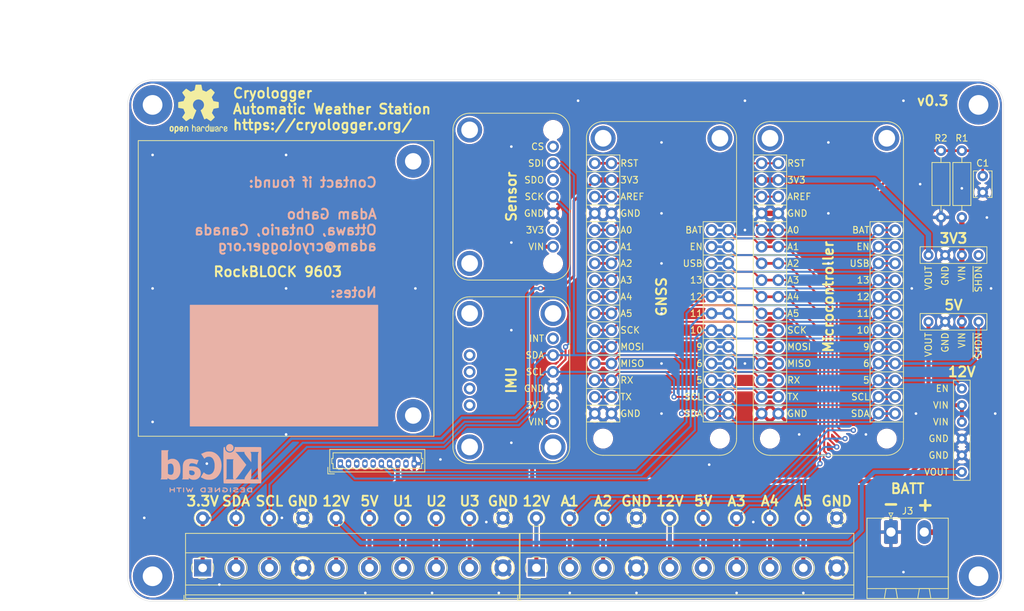
<source format=kicad_pcb>
(kicad_pcb (version 20211014) (generator pcbnew)
  (layers (0 "F.Cu" signal) (31 "B.Cu" signal) (34 "B.Paste" user) (35 "F.Paste" user) (36 "B.SilkS" user "B.Silkscreen") (37 "F.SilkS" user "F.Silkscreen") (38 "B.Mask" user) (39 "F.Mask" user) (44 "Edge.Cuts" user))
  (net 0 "")
  (net 1 "SCL")
  (net 2 "SDA")
  (net 3 "RST")
  (net 4 "AREF")
  (net 5 "SCK")
  (net 6 "MOSI")
  (net 7 "MISO")
  (net 8 "RX0")
  (net 9 "TX1")
  (net 10 "BAT")
  (net 11 "EN")
  (net 12 "A1")
  (net 13 "USB")
  (net 14 "A0")
  (net 15 "A2")
  (net 16 "A3")
  (net 17 "GND")
  (net 18 "+BATT")
  (net 19 "D6")
  (net 20 "D13")
  (net 21 "D5")
  (net 22 "D12")
  (net 23 "D11")
  (net 24 "D10")
  (net 25 "D9")
  (net 26 "+5V")
  (net 27 "+3V3")
  (net 28 "A4")
  (net 29 "A5")
  (net 30 "U1")
  (net 31 "U2")
  (net 32 "U3")
  (net 39 "+12V")
  (footprint "MountingHole:MountingHole_3mm_Pad" (layer "F.Cu") (at 91.44 60.96)
    (fp_text reference "H2" hide)
    (fp_text value "MountingHole_Pad")
  )
  (footprint "Cryologger:Adafruit_Feather_Header_Double" (layer "F.Cu") (at 168.91 88.9)
    (fp_text reference "U1")
    (fp_text value "Adafruit_Feather_Header")
  )
  (footprint "MountingHole:MountingHole_3mm_Pad" (layer "F.Cu") (at 217.17 132.715)
    (fp_text reference "H4" hide)
    (fp_text value "MountingHole_Pad")
  )
  (footprint "MountingHole:MountingHole_3mm_Pad" (layer "F.Cu") (at 217.17 60.96)
    (fp_text reference "H3" hide)
    (fp_text value "MountingHole_Pad")
  )
  (footprint "Cryologger:Adafruit_Feather_Header_Double" (layer "F.Cu") (at 194.31 88.9)
    (fp_text reference "U2")
    (fp_text value "Adafruit_Feather_Header")
  )
  (footprint "Connector_Molex:Molex_PicoBlade_53047-1010_1x10_P1.25mm_Vertical" (layer "F.Cu") (at 120.015 115.57)
    (fp_text reference "U4")
    (fp_text value "ROCKBLOCK_9603")
  )
  (footprint "MountingHole:MountingHole_3mm_Pad" (layer "F.Cu") (at 91.44 132.715)
    (fp_text reference "H1" hide)
    (fp_text value "MountingHole_Pad")
  )
  (footprint "Resistor_THT:R_Axial_DIN0207_L6.3mm_D2.5mm_P10.16mm_Horizontal" (layer "F.Cu") (at 214.63 78.085 90)
    (fp_text reference "R1")
    (fp_text value "4M" hide)
  )
  (footprint "Capacitor_THT:C_Disc_D3.8mm_W2.6mm_P2.50mm" (layer "F.Cu") (at 217.805 71.775 -90)
    (fp_text reference "C1")
    (fp_text value "C")
  )
  (footprint "Cryologger:RockBLOCK_9603" (layer "F.Cu") (at 111.76 88.9)
    (fp_text reference "U3" hide)
    (fp_text value "RockBLOCK_Footprint")
  )
  (footprint "Resistor_THT:R_Axial_DIN0207_L6.3mm_D2.5mm_P10.16mm_Horizontal" (layer "F.Cu") (at 211.455 67.925 -90)
    (fp_text reference "R2")
    (fp_text value "1M" hide)
  )
  (footprint "Connector_Phoenix_MSTB:PhoenixContact_MSTBA_2,5_2-G-5,08_1x02_P5.08mm_Horizontal" (layer "F.Cu") (at 203.835 125.984)
    (fp_text reference "J3")
    (fp_text value "Screw_Terminal_01x02")
  )
  (footprint "Cryologger:Adafruit_LSM303AGR" (layer "F.Cu") (at 146.05 102.87)
    (fp_text reference "U8" hide)
    (fp_text value "Adafruit_LSM303AGR")
  )
  (footprint "TerminalBlock_Phoenix:TerminalBlock_Phoenix_MKDS-1,5-10-5.08_1x10_P5.08mm_Horizontal" (layer "F.Cu") (at 149.86 131.445)
    (fp_text reference "J2" hide)
    (fp_text value "Screw_Terminal_01x10")
  )
  (footprint "Cryologger:Adafruit_DPS310" (layer "F.Cu") (at 146.05 74.93)
    (fp_text reference "U5" hide)
    (fp_text value "Adafruit_DPS310")
  )
  (footprint "Symbol:OSHW-Logo2_9.8x8mm_SilkScreen" (layer "F.Cu") (at 98.425 61.595)
    (fp_text reference "REF**" hide)
    (fp_text value "OSHW-Logo2_9.8x8mm_SilkScreen" hide)
  )
  (footprint "Cryologger:Pololu_D36V6x" (layer "F.Cu") (at 213.36 85.09)
    (fp_text reference "U6" hide)
    (fp_text value "Pololu_D36V6x")
  )
  (footprint "Cryologger:Pin_1.0mm_10.0mm_1x20" (layer "F.Cu") (at 147.32 123.825)
    (fp_text reference "J4" hide)
    (fp_text value "Conn_01x20")
  )
  (footprint "Cryologger:Pololu_D36V6x" (layer "F.Cu") (at 213.36 95.25)
    (fp_text reference "U7" hide)
    (fp_text value "Pololu_D36V6x")
  )
  (footprint "Cryologger:Pololu_U3V40Fx" (layer "F.Cu") (at 214.63 110.49)
    (fp_text reference "U9" hide)
    (fp_text value "Pololu_U3V40Fx")
  )
  (footprint "TerminalBlock_Phoenix:TerminalBlock_Phoenix_MKDS-1,5-10-5.08_1x10_P5.08mm_Horizontal" (layer "F.Cu") (at 99.06 131.445)
    (fp_text reference "J1" hide)
    (fp_text value "Screw_Terminal_01x10")
  )
  (footprint "Symbol:KiCad-Logo2_6mm_SilkScreen" (layer "B.Cu") (at 100.33 115.57 180)
    (fp_text reference "REF**" hide)
    (fp_text value "KiCad-Logo2_6mm_SilkScreen" hide)
  )
  (gr_poly (pts (xy 125.73 109.855) (xy 97.155 109.855) (xy 97.155 91.44) (xy 125.73 91.44)) (layer "B.SilkS") (width 0.1) (fill solid))
  (gr_arc (start 220.98 132.715) (mid 219.864077 135.409077) (end 217.17 136.525) (layer "Edge.Cuts") (width 0.05))
  (gr_arc (start 87.63 60.96) (mid 88.745923 58.265923) (end 91.44 57.15) (layer "Edge.Cuts") (width 0.05))
  (gr_line (start 87.63 132.715) (end 87.63 60.96) (layer "Edge.Cuts") (width 0.05))
  (gr_arc (start 91.44 136.525) (mid 88.745923 135.409077) (end 87.63 132.715) (layer "Edge.Cuts") (width 0.05))
  (gr_line (start 220.98 60.96) (end 220.98 132.715) (layer "Edge.Cuts") (width 0.05))
  (gr_arc (start 217.17 57.15) (mid 219.864077 58.265923) (end 220.98 60.96) (layer "Edge.Cuts") (width 0.05))
  (gr_line (start 91.44 136.525) (end 217.17 136.525) (layer "Edge.Cuts") (width 0.05))
  (gr_line (start 91.44 57.15) (end 217.17 57.15) (layer "Edge.Cuts") (width 0.05))
  (gr_text "Contact if found:\n\nAdam Garbo\nOttawa, Ontario, Canada\nadam@cryologger.org\n\n\n" (at 125.73 80.01) (layer "B.SilkS") (effects (font (size 1.5 1.5) (thickness 0.3)) (justify left mirror)))
  (gr_text "Notes:" (at 125.73 89.535) (layer "B.SilkS") (effects (font (size 1.5 1.5) (thickness 0.3)) (justify left mirror)))
  (gr_text "IMU" (at 146.05 102.87 90) (layer "F.SilkS") (effects (font (size 1.5 1.5) (thickness 0.3))))
  (gr_text "3V3" (at 213.36 81.28) (layer "F.SilkS") (effects (font (size 1.5 1.5) (thickness 0.3))))
  (gr_text "5V" (at 213.36 91.44) (layer "F.SilkS") (effects (font (size 1.5 1.5) (thickness 0.3))))
  (gr_text "-" (at 203.835 121.92 180) (layer "F.SilkS") (effects (font (size 2 2) (thickness 0.4))))
  (gr_text "+" (at 208.915 121.92 90) (layer "F.SilkS") (effects (font (size 2 2) (thickness 0.4))))
  (gr_text "A2" (at 160.02 121.285) (layer "F.SilkS") (effects (font (size 1.5 1.5) (thickness 0.3))))
  (gr_text "A1" (at 154.94 121.285) (layer "F.SilkS") (effects (font (size 1.5 1.5) (thickness 0.3))))
  (gr_text "RockBLOCK 9603" (at 110.49 86.36) (layer "F.SilkS") (effects (font (size 1.5 1.5) (thickness 0.3))))
  (gr_text "GND" (at 165.1 121.285) (layer "F.SilkS") (effects (font (size 1.5 1.5) (thickness 0.3))))
  (gr_text "GND" (at 144.78 121.285) (layer "F.SilkS") (effects (font (size 1.5 1.5) (thickness 0.3))))
  (gr_text "12V" (at 119.38 121.285) (layer "F.SilkS") (effects (font (size 1.5 1.5) (thickness 0.3))))
  (gr_text "GND" (at 114.3 121.285) (layer "F.SilkS") (effects (font (size 1.5 1.5) (thickness 0.3))))
  (gr_text "U3" (at 139.7 121.285) (layer "F.SilkS") (effects (font (size 1.5 1.5) (thickness 0.3))))
  (gr_text "GND" (at 195.58 121.285) (layer "F.SilkS") (effects (font (size 1.5 1.5) (thickness 0.3))))
  (gr_text "Sensor" (at 146.05 74.93 90) (layer "F.SilkS") (effects (font (size 1.5 1.5) (thickness 0.3))))
  (gr_text "SDA" (at 104.14 121.285) (layer "F.SilkS") (effects (font (size 1.5 1.5) (thickness 0.3))))
  (gr_text "5V" (at 175.26 121.285) (layer "F.SilkS") (effects (font (size 1.5 1.5) (thickness 0.3))))
  (gr_text "A5" (at 190.5 121.285) (layer "F.SilkS") (effects (font (size 1.5 1.5) (thickness 0.3))))
  (gr_text "Microcontroller" (at 194.31 90.17 90) (layer "F.SilkS") (effects (font (size 1.5 1.5) (thickness 0.3))))
  (gr_text "A4" (at 185.42 121.285) (layer "F.SilkS") (effects (font (size 1.5 1.5) (thickness 0.3))))
  (gr_text "v0.3\n" (at 207.645 60.325) (layer "F.SilkS") (effects (font (size 1.5 1.5) (thickness 0.3)) (justify left)))
  (gr_text "U2" (at 134.62 121.285) (layer "F.SilkS") (effects (font (size 1.5 1.5) (thickness 0.3))))
  (gr_text "GNSS" (at 168.91 90.17 90) (layer "F.SilkS") (effects (font (size 1.5 1.5) (thickness 0.3))))
  (gr_text "BATT" (at 206.375 119.38) (layer "F.SilkS") (effects (font (size 1.5 1.5) (thickness 0.3))))
  (gr_text "Cryologger\nAutomatic Weather Station\nhttps://cryologger.org/\n" (at 103.505 61.595) (layer "F.SilkS") (effects (font (size 1.5 1.5) (thickness 0.3)) (justify left)))
  (gr_text "U1" (at 129.54 121.285) (layer "F.SilkS") (effects (font (size 1.5 1.5) (thickness 0.3))))
  (gr_text "12V" (at 170.18 121.285) (layer "F.SilkS") (effects (font (size 1.5 1.5) (thickness 0.3))))
  (gr_text "3.3V" (at 99.06 121.285) (layer "F.SilkS") (effects (font (size 1.5 1.5) (thickness 0.3))))
  (gr_text "5V" (at 124.46 121.285) (layer "F.SilkS") (effects (font (size 1.5 1.5) (thickness 0.3))))
  (gr_text "12V" (at 149.86 121.285) (layer "F.SilkS") (effects (font (size 1.5 1.5) (thickness 0.3))))
  (gr_text "A3" (at 180.34 121.285) (layer "F.SilkS") (effects (font (size 1.5 1.5) (thickness 0.3))))
  (gr_text "SCL\n" (at 109.22 121.285) (layer "F.SilkS") (effects (font (size 1.5 1.5) (thickness 0.3))))
  (gr_text "12V" (at 214.63 101.6) (layer "F.SilkS") (effects (font (size 1.5 1.5) (thickness 0.3))))
  (segment (start 154.305 99.695) (end 152.4 101.6) (width 0.3048) (layer "F.Cu") (net 1))
  (segment (start 109.22 131.421) (end 109.22 123.825) (width 0.6096) (layer "F.Cu") (net 1))
  (segment (start 176.53 105.41) (end 170.815 105.41) (width 0.3048) (layer "F.Cu") (net 1))
  (segment (start 154.305 97.79) (end 154.305 99.695) (width 0.3048) (layer "F.Cu") (net 1))
  (via (at 154.305 97.79) (size 0.8) (drill 0.4) (layers "F.Cu" "B.Cu") (net 1))
  (via (at 170.815 105.41) (size 0.8) (drill 0.4) (layers "F.Cu" "B.Cu") (net 1))
  (segment (start 147.193 109.728) (end 150.114 106.807) (width 0.3048) (layer "B.Cu") (net 1))
  (segment (start 170.815 102.87) (end 169.545 101.6) (width 0.3048) (layer "B.Cu") (net 1))
  (segment (start 204.47 105.41) (end 201.93 105.41) (width 0.4064) (layer "B.Cu") (net 1))
  (segment (start 180.34 106.68) (end 179.07 105.41) (width 0.3048) (layer "B.Cu") (net 1))
  (segment (start 150.114 102.616) (end 151.13 101.6) (width 0.3048) (layer "B.Cu") (net 1))
  (segment (start 109.22 118.745) (end 114.935 113.03) (width 0.3048) (layer "B.Cu") (net 1))
  (segment (start 169.545 101.6) (end 152.4 101.6) (width 0.3048) (layer "B.Cu") (net 1))
  (segment (start 114.935 113.03) (end 135.81813 113.03) (width 0.3048) (layer "B.Cu") (net 1))
  (segment (start 170.815 105.41) (end 170.815 102.87) (width 0.3048) (layer "B.Cu") (net 1))
  (segment (start 179.07 105.41) (end 176.53 105.41) (width 0.4064) (layer "B.Cu") (net 1))
  (segment (start 139.12013 109.728) (end 147.193 109.728) (width 0.3048) (layer "B.Cu") (net 1))
  (segment (start 154.94 77.47) (end 154.94 97.155) (width 0.3048) (layer "B.Cu") (net 1))
  (segment (start 200.66 106.68) (end 180.34 106.68) (width 0.3048) (layer "B.Cu") (net 1))
  (segment (start 150.114 106.807) (end 150.114 102.616) (width 0.3048) (layer "B.Cu") (net 1))
  (segment (start 109.22 123.849) (end 109.22 118.745) (width 0.3048) (layer "B.Cu") (net 1))
  (segment (start 154.94 97.155) (end 154.305 97.79) (width 0.3048) (layer "B.Cu") (net 1))
  (segment (start 152.4 74.93) (end 154.94 77.47) (width 0.3048) (layer "B.Cu") (net 1))
  (segment (start 151.13 101.6) (end 152.4 101.6) (width 0.3048) (layer "B.Cu") (net 1))
  (segment (start 135.81813 113.03) (end 139.12013 109.728) (width 0.3048) (layer "B.Cu") (net 1))
  (segment (start 201.93 105.41) (end 200.66 106.68) (width 0.3048) (layer "B.Cu") (net 1))
  (segment (start 176.53 107.95) (end 171.958 107.95) (width 0.3048) (layer "F.Cu") (net 2))
  (segment (start 104.14 123.825) (end 104.14 131.421) (width 0.6096) (layer "F.Cu") (net 2))
  (via (at 171.958 107.95) (size 0.8) (drill 0.4) (layers "F.Cu" "B.Cu") (net 2))
  (segment (start 149.606 100.584) (end 151.13 99.06) (width 0.3048) (layer "B.Cu") (net 2))
  (segment (start 104.14 123.849) (end 104.14 122.555) (width 0.3048) (layer "B.Cu") (net 2))
  (segment (start 172.085 100.33) (end 172.085 107.823) (width 0.3048) (layer "B.Cu") (net 2))
  (segment (start 104.14 122.555) (end 114.3 112.395) (width 0.3048) (layer "B.Cu") (net 2))
  (segment (start 149.606 106.449058) (end 149.606 100.584) (width 0.3048) (layer "B.Cu") (net 2))
  (segment (start 180.361711 109.241711) (end 179.07 107.95) (width 0.3048) (layer "B.Cu") (net 2))
  (segment (start 200.638289 109.241711) (end 180.361711 109.241711) (width 0.3048) (layer "B.Cu") (net 2))
  (segment (start 179.07 107.95) (end 176.53 107.95) (width 0.4064) (layer "B.Cu") (net 2))
  (segment (start 152.4 69.85) (end 153.67 69.85) (width 0.25) (layer "B.Cu") (net 2))
  (segment (start 146.85506 109.199998) (end 149.606 106.449058) (width 0.3048) (layer "B.Cu") (net 2))
  (segment (start 201.93 107.95) (end 200.638289 109.241711) (width 0.3048) (layer "B.Cu") (net 2))
  (segment (start 152.4 99.06) (end 170.815 99.06) (width 0.3048) (layer "B.Cu") (net 2))
  (segment (start 151.13 99.06) (end 152.4 99.06) (width 0.3048) (layer "B.Cu") (net 2))
  (segment (start 170.815 99.06) (end 172.085 100.33) (width 0.3048) (layer "B.Cu") (net 2))
  (segment (start 135.739914 112.395) (end 138.934916 109.199998) (width 0.3048) (layer "B.Cu") (net 2))
  (segment (start 155.575 71.755) (end 155.575 99.06) (width 0.3048) (layer "B.Cu") (net 2))
  (segment (start 138.934916 109.199998) (end 146.85506 109.199998) (width 0.3048) (layer "B.Cu") (net 2))
  (segment (start 114.3 112.395) (end 135.739914 112.395) (width 0.3048) (layer "B.Cu") (net 2))
  (segment (start 204.47 107.95) (end 201.93 107.95) (width 0.4064) (layer "B.Cu") (net 2))
  (segment (start 153.67 69.85) (end 155.575 71.755) (width 0.25) (layer "B.Cu") (net 2))
  (segment (start 172.085 107.823) (end 171.958 107.95) (width 0.3048) (layer "B.Cu") (net 2))
  (segment (start 161.29 69.85) (end 184.15 69.85) (width 0.3048) (layer "F.Cu") (net 3))
  (segment (start 184.15 69.85) (end 186.69 69.85) (width 0.3048) (layer "F.Cu") (net 3))
  (segment (start 158.75 69.85) (end 161.29 69.85) (width 0.4064) (layer "F.Cu") (net 3))
  (segment (start 158.75 74.93) (end 161.29 74.93) (width 0.4064) (layer "F.Cu") (net 4))
  (segment (start 184.15 74.93) (end 186.69 74.93) (width 0.3048) (layer "F.Cu") (net 4))
  (segment (start 161.29 74.93) (end 184.15 74.93) (width 0.3048) (layer "F.Cu") (net 4))
  (segment (start 162.56 93.98) (end 182.88 93.98) (width 0.3048) (layer "F.Cu") (net 5))
  (segment (start 158.75 95.25) (end 161.29 95.25) (width 0.4064) (layer "F.Cu") (net 5))
  (segment (start 161.29 95.25) (end 162.56 93.98) (width 0.3048) (layer "F.Cu") (net 5))
  (segment (start 184.15 95.25) (end 186.69 95.25) (width 0.4064) (layer "F.Cu") (net 5))
  (segment (start 182.88 93.98) (end 184.15 95.25) (width 0.3048) (layer "F.Cu") (net 5))
  (segment (start 158.75 97.79) (end 161.29 97.79) (width 0.4064) (layer "F.Cu") (net 6))
  (segment (start 184.15 97.79) (end 186.69 97.79) (width 0.4064) (layer "F.Cu") (net 6))
  (segment (start 161.29 97.79) (end 162.56 96.52) (width 0.3048) (layer "F.Cu") (net 6))
  (segment (start 182.88 96.52) (end 184.15 97.79) (width 0.3048) (layer "F.Cu") (net 6))
  (segment (start 162.56 96.52) (end 182.88 96.52) (width 0.3048) (layer "F.Cu") (net 6))
  (segment (start 162.56 99.06) (end 182.88 99.06) (width 0.3048) (layer "F.Cu") (net 7))
  (segment (start 184.15 100.33) (end 186.69 100.33) (width 0.4064) (layer "F.Cu") (net 7))
  (segment (start 161.29 100.33) (end 162.56 99.06) (width 0.3048) (layer "F.Cu") (net 7))
  (segment (start 158.75 100.33) (end 161.29 100.33) (width 0.4064) (layer "F.Cu") (net 7))
  (segment (start 182.88 99.06) (end 184.15 100.33) (width 0.3048) (layer "F.Cu") (net 7))
  (segment (start 162.531401 101.628599) (end 161.29 102.87) (width 0.3048) (layer "F.Cu") (net 8))
  (segment (start 184.15 102.87) (end 182.908599 101.628599) (width 0.3048) (layer "F.Cu") (net 8))
  (segment (start 182.908599 101.628599) (end 162.531401 101.628599) (width 0.3048) (layer "F.Cu") (net 8))
  (segment (start 186.69 102.87) (end 184.15 102.87) (width 0.4064) (layer "F.Cu") (net 8))
  (segment (start 161.29 102.87) (end 158.75 102.87) (width 0.4064) (layer "F.Cu") (net 8))
  (segment (start 182.908599 104.168599) (end 162.531401 104.168599) (width 0.3048) (layer "F.Cu") (net 9))
  (segment (start 162.531401 104.168599) (end 161.29 105.41) (width 0.3048) (layer "F.Cu") (net 9))
  (segment (start 161.29 105.41) (end 158.75 105.41) (width 0.4064) (layer "F.Cu") (net 9))
  (segment (start 186.69 105.41) (end 184.15 105.41) (width 0.4064) (layer "F.Cu") (net 9))
  (segment (start 184.15 105.41) (end 182.908599 104.168599) (width 0.3048) (layer "F.Cu") (net 9))
  (segment (start 201.93 80.01) (end 200.66 81.28) (width 0.3048) (layer "B.Cu") (net 10))
  (segment (start 180.34 81.28) (end 179.07 80.01) (width 0.3048) (layer "B.Cu") (net 10))
  (segment (start 200.66 81.28) (end 180.34 81.28) (width 0.3048) (layer "B.Cu") (net 10))
  (segment (start 204.47 80.01) (end 201.93 80.01) (width 0.4064) (layer "B.Cu") (net 10))
  (segment (start 179.07 80.01) (end 176.53 80.01) (width 0.4064) (layer "B.Cu") (net 10))
  (segment (start 204.47 82.55) (end 201.93 82.55) (width 0.4064) (layer "B.Cu") (net 11))
  (segment (start 180.34 83.82) (end 179.07 82.55) (width 0.3048) (layer "B.Cu") (net 11))
  (segment (start 200.66 83.82) (end 180.34 83.82) (width 0.3048) (layer "B.Cu") (net 11))
  (segment (start 201.93 82.55) (end 200.66 83.82) (width 0.3048) (layer "B.Cu") (net 11))
  (segment (start 179.07 82.55) (end 176.53 82.55) (width 0.4064) (layer "B.Cu") (net 11))
  (segment (start 187.96 82.55) (end 195.58 90.17) (width 0.3048) (layer "F.Cu") (net 12))
  (segment (start 162.56 81.28) (end 182.88 81.28) (width 0.3048) (layer "F.Cu") (net 12))
  (segment (start 186.69 82.55) (end 187.96 82.55) (width 0.3048) (layer "F.Cu") (net 12))
  (segment (start 154.94 131.421) (end 154.94 123.825) (width 0.6096) (layer "F.Cu") (net 12))
  (segment (start 182.88 81.28) (end 184.15 82.55) (width 0.3048) (layer "F.Cu") (net 12))
  (segment (start 161.29 82.55) (end 162.56 81.28) (width 0.3048) (layer "F.Cu") (net 12))
  (segment (start 195.58 109.855) (end 196.215 110.49) (width 0.3048) (layer "F.Cu") (net 12))
  (segment (start 195.58 90.17) (end 195.58 109.855) (width 0.3048) (layer "F.Cu") (net 12))
  (segment (start 184.15 82.55) (end 186.69 82.55) (width 0.4064) (layer "F.Cu") (net 12))
  (segment (start 196.215 110.49) (end 198.12 110.49) (width 0.3048) (layer "F.Cu") (net 12))
  (segment (start 158.75 82.55) (end 161.29 82.55) (width 0.4064) (layer "F.Cu") (net 12))
  (via (at 198.12 110.49) (size 0.8) (drill 0.4) (layers "F.Cu" "B.Cu") (net 12))
  (segment (start 154.94 123.849) (end 158.139 120.65) (width 0.3048) (layer "B.Cu") (net 12))
  (segment (start 158.139 120.65) (end 184.071784 120.65) (width 0.3048) (layer "B.Cu") (net 12))
  (segment (start 194.231784 110.49) (end 184.071784 120.65) (width 0.3048) (layer "B.Cu") (net 12))
  (segment (start 198.12 110.49) (end 194.231784 110.49) (width 0.3048) (layer "B.Cu") (net 12))
  (segment (start 204.47 85.09) (end 201.93 85.09) (width 0.4064) (layer "B.Cu") (net 13))
  (segment (start 180.34 86.36) (end 179.07 85.09) (width 0.3048) (layer "B.Cu") (net 13))
  (segment (start 200.66 86.36) (end 180.34 86.36) (width 0.3048) (layer "B.Cu") (net 13))
  (segment (start 201.93 85.09) (end 200.66 86.36) (width 0.3048) (layer "B.Cu") (net 13))
  (segment (start 179.07 85.09) (end 176.53 85.09) (width 0.4064) (layer "B.Cu") (net 13))
  (segment (start 214.63 67.925) (end 215.88 67.925) (width 0.4064) (layer "F.Cu") (net 14))
  (segment (start 211.455 67.925) (end 214.63 67.925) (width 0.4064) (layer "F.Cu") (net 14))
  (segment (start 184.15 80.01) (end 186.69 80.01) (width 0.4064) (layer "F.Cu") (net 14))
  (segment (start 158.75 80.01) (end 161.29 80.01) (width 0.4064) (layer "F.Cu") (net 14))
  (segment (start 217.805 69.85) (end 217.805 71.775) (width 0.4064) (layer "F.Cu") (net 14))
  (segment (start 186.69 80.01) (end 195.58 80.01) (width 0.4064) (layer "F.Cu") (net 14))
  (segment (start 162.56 78.74) (end 182.88 78.74) (width 0.3048) (layer "F.Cu") (net 14))
  (segment (start 207.645 67.945) (end 207.665 67.925) (width 0.4064) (layer "F.Cu") (net 14))
  (segment (start 161.29 80.01) (end 162.56 78.74) (width 0.3048) (layer "F.Cu") (net 14))
  (segment (start 182.88 78.74) (end 184.15 80.01) (width 0.3048) (layer "F.Cu") (net 14))
  (segment (start 195.58 80.01) (end 207.645 67.945) (width 0.4064) (layer "F.Cu") (net 14))
  (segment (start 207.665 67.925) (end 211.455 67.925) (width 0.4064) (layer "F.Cu") (net 14))
  (segment (start 215.88 67.925) (end 217.805 69.85) (width 0.4064) (layer "F.Cu") (net 14))
  (segment (start 184.15 85.09) (end 186.69 85.09) (width 0.4064) (layer "F.Cu") (net 15))
  (segment (start 196.215 111.76) (end 196.85 111.76) (width 0.3048) (layer "F.Cu") (net 15))
  (segment (start 158.75 85.09) (end 161.29 85.09) (width 0.4064) (layer "F.Cu") (net 15))
  (segment (start 194.945 110.49) (end 196.215 111.76) (width 0.3048) (layer "F.Cu") (net 15))
  (segment (start 186.69 85.09) (end 187.96 85.09) (width 0.3048) (layer "F.Cu") (net 15))
  (segment (start 182.88 83.82) (end 184.15 85.09) (width 0.3048) (layer "F.Cu") (net 15))
  (segment (start 194.945 92.075) (end 194.945 110.49) (width 0.3048) (layer "F.Cu") (net 15))
  (segment (start 162.56 83.82) (end 182.88 83.82) (width 0.3048) (layer "F.Cu") (net 15))
  (segment (start 160.02 123.825) (end 160.02 131.421) (width 0.6096) (layer "F.Cu") (net 15))
  (segment (start 187.96 85.09) (end 194.945 92.075) (width 0.3048) (layer "F.Cu") (net 15))
  (segment (start 161.29 85.09) (end 162.56 83.82) (width 0.3048) (layer "F.Cu") (net 15))
  (via (at 196.85 111.76) (size 0.8) (drill 0.4) (layers "F.Cu" "B.Cu") (net 15))
  (segment (start 162.584 121.285) (end 184.404 121.285) (width 0.3048) (layer "B.Cu") (net 15))
  (segment (start 193.929 111.76) (end 184.404 121.285) (width 0.3048) (layer "B.Cu") (net 15))
  (segment (start 196.85 111.76) (end 193.929 111.76) (width 0.3048) (layer "B.Cu") (net 15))
  (segment (start 160.02 123.849) (end 162.584 121.285) (width 0.3048) (layer "B.Cu") (net 15))
  (segment (start 184.15 87.63) (end 186.69 87.63) (width 0.4064) (layer "F.Cu") (net 16))
  (segment (start 180.34 123.825) (end 180.34 131.421) (width 0.6096) (layer "F.Cu") (net 16))
  (segment (start 158.75 87.63) (end 161.29 87.63) (width 0.4064) (layer "F.Cu") (net 16))
  (segment (start 182.88 86.36) (end 184.15 87.63) (width 0.3048) (layer "F.Cu") (net 16))
  (segment (start 194.31 93.98) (end 194.31 111.76) (width 0.3048) (layer "F.Cu") (net 16))
  (segment (start 187.96 87.63) (end 194.31 93.98) (width 0.3048) (layer "F.Cu") (net 16))
  (segment (start 162.56 86.36) (end 182.88 86.36) (width 0.3048) (layer "F.Cu") (net 16))
  (segment (start 194.31 111.76) (end 195.58 113.03) (width 0.3048) (layer "F.Cu") (net 16))
  (segment (start 161.29 87.63) (end 162.56 86.36) (width 0.3048) (layer "F.Cu") (net 16))
  (segment (start 186.69 87.63) (end 187.96 87.63) (width 0.3048) (layer "F.Cu") (net 16))
  (via (at 195.58 113.03) (size 0.8) (drill 0.4) (layers "F.Cu" "B.Cu") (net 16))
  (segment (start 193.675 113.03) (end 184.785 121.92) (width 0.3048) (layer "B.Cu") (net 16))
  (segment (start 180.34 123.849) (end 182.269 121.92) (width 0.3048) (layer "B.Cu") (net 16))
  (segment (start 182.269 121.92) (end 184.785 121.92) (width 0.3048) (layer "B.Cu") (net 16))
  (segment (start 195.58 113.03) (end 193.675 113.03) (width 0.3048) (layer "B.Cu") (net 16))
  (segment (start 184.15 77.47) (end 186.69 77.47) (width 0.8128) (layer "F.Cu") (net 17))
  (via (at 111.76 68.58) (size 0.8) (drill 0.4) (layers "F.Cu" "B.Cu") (net 17))
  (via (at 144.145 135.255) (size 0.8) (drill 0.4) (layers "F.Cu" "B.Cu") (net 17))
  (via (at 131.445 88.9) (size 0.8) (drill 0.4) (layers "F.Cu" "B.Cu") (net 17))
  (via (at 146.05 81.915) (size 0.8) (drill 0.4) (layers "F.Cu" "B.Cu") (net 17))
  (via (at 181.61 60.325) (size 0.8) (drill 0.4) (layers "F.Cu" "B.Cu") (net 17))
  (via (at 168.91 77.47) (size 0.8) (drill 0.4) (layers "F.Cu" "B.Cu") (net 17))
  (via (at 111.76 111.125) (size 0.8) (drill 0.4) (layers "F.Cu" "B.Cu") (net 17))
  (via (at 207.01 88.9) (size 0.8) (drill 0.4) (layers "F.Cu" "B.Cu") (net 17))
  (via (at 99.695 115.57) (size 0.8) (drill 0.4) (layers "F.Cu" "B.Cu") (net 17))
  (via (at 168.91 100.33) (size 0.8) (drill 0.4) (layers "F.Cu" "B.Cu") (net 17))
  (via (at 165.1 135.255) (size 0.8) (drill 0.4) (layers "F.Cu" "B.Cu") (net 17))
  (via (at 142.24 124.46) (size 0.8) (drill 0.4) (layers "F.Cu" "B.Cu") (net 17))
  (via (at 200.025 111.125) (size 0.8) (drill 0.4) (layers "F.Cu" "B.Cu") (net 17))
  (via (at 181.61 100.33) (size 0.8) (drill 0.4) (layers "F.Cu" "B.Cu") (net 17))
  (via (at 123.825 135.255) (size 0.8) (drill 0.4) (layers "F.Cu" "B.Cu") (net 17))
  (via (at 91.44 68.58) (size 0.8) (drill 0.4) (layers "F.Cu" "B.Cu") (net 17))
  (via (at 208.28 73.025) (size 0.8) (drill 0.4) (layers "F.Cu" "B.Cu") (net 17))
  (via (at 168.91 107.95) (size 0.8) (drill 0.4) (layers "F.Cu" "B.Cu") (net 17))
  (via (at 176.167624 115.725724) (size 0.8) (drill 0.4) (layers "F.Cu" "B.Cu") (net 17))
  (via (at 205.74 132.08) (size 0.8) (drill 0.4) (layers "F.Cu" "B.Cu") (net 17))
  (via (at 189.865 111.125) (size 0.8) (drill 0.4) (layers "F.Cu" "B.Cu") (net 17))
  (via (at 156.21 60.325) (size 0.8) (drill 0.4) (layers "F.Cu" "B.Cu") (net 17))
  (via (at 218.44 78.105) (size 0.8) (drill 0.4) (layers "F.Cu" "B.Cu") (net 17))
  (via (at 168.91 92.71) (size 0.8) (drill 0.4) (layers "F.Cu" "B.Cu") (net 17))
  (via (at 135.255 114.935) (size 0.8) (drill 0.4) (layers "F.Cu" "B.Cu") (net 17))
  (via (at 219.075 88.9) (size 0.8) (drill 0.4) (layers "F.Cu" "B.Cu") (net 17))
  (via (at 190.5 135.255) (size 0.8) (drill 0.4) (layers "F.Cu" "B.Cu") (net 17))
  (via (at 194.31 85.09) (size 0.8) (drill 0.4) (layers "F.Cu" "B.Cu") (net 17))
  (via (at 133.985 135.255) (size 0.8) (drill 0.4) (layers "F.Cu" "B.Cu") (net 17))
  (via (at 181.61 80.01) (size 0.8) (drill 0.4) (layers "F.Cu" "B.Cu") (net 17))
  (via (at 214.63 73.66) (size 0.8) (drill 0.4) (layers "F.Cu" "B.Cu") (net 17))
  (via (at 90.17 123.825) (size 0.8) (drill 0.4) (layers "F.Cu" "B.Cu") (net 17))
  (via (at 219.71 107.95) (size 0.8) (drill 0.4) (layers "F.Cu" "B.Cu") (net 17))
  (via (at 205.74 60.325) (size 0.8) (drill 0.4) (layers "F.Cu" "B.Cu") (net 17))
  (via (at 101.6 133.985) (size 0.8) (drill 0.4) (layers "F.Cu" "B.Cu") (net 17))
  (via (at 207.645 107.95) (size 0.8) (drill 0.4) (layers "F.Cu" "B.Cu") (net 17))
  (via (at 91.44 88.9) (size 0.8) (drill 0.4) (layers "F.Cu" "B.Cu") (net 17))
  (via (at 180.34 135.255) (size 0.8) (drill 0.4) (layers "F.Cu" "B.Cu") (net 17))
  (via (at 111.125 123.825) (size 0.8) (drill 0.4) (layers "F.Cu" "B.Cu") (net 17))
  (via (at 168.91 85.09) (size 0.8) (drill 0.4) (layers "F.Cu" "B.Cu") (net 17))
  (via (at 182.88 124.46) (size 0.8) (drill 0.4) (layers "F.Cu" "B.Cu") (net 17))
  (via (at 111.76 88.9) (size 0.8) (drill 0.4) (layers "F.Cu" "B.Cu") (net 17))
  (via (at 194.31 66.675) (size 0.8) (drill 0.4) (layers "F.Cu" "B.Cu") (net 17))
  (via (at 146.05 112.395) (size 0.8) (drill 0.4) (layers "F.Cu" "B.Cu") (net 17))
  (via (at 146.05 95.25) (size 0.8) (drill 0.4) (layers "F.Cu" "B.Cu") (net 17))
  (via (at 194.31 77.47) (size 0.8) (drill 0.4) (layers "F.Cu" "B.Cu") (net 17))
  (via (at 154.94 135.255) (size 0.8) (drill 0.4) (layers "F.Cu" "B.Cu") (net 17))
  (via (at 91.44 109.22) (size 0.8) (drill 0.4) (layers "F.Cu" "B.Cu") (net 17))
  (via (at 146.05 67.31) (size 0.8) (drill 0.4) (layers "F.Cu" "B.Cu") (net 17))
  (via (at 154.94 121.92) (size 0.8) (drill 0.4) (layers "F.Cu" "B.Cu") (net 17))
  (via (at 168.91 66.675) (size 0.8) (drill 0.4) (layers "F.Cu" "B.Cu") (net 17))
  (segment (start 214.63 96.52) (end 218.44 100.33) (width 0.8128) (layer "F.Cu") (net 18))
  (segment (start 214.63 83.82) (end 214.63 93.98) (width 0.8128) (layer "F.Cu") (net 18))
  (segment (start 214.6625 124.4925) (end 218.44 120.715) (width 0.8128) (layer "F.Cu") (net 18))
  (segment (start 214.6625 124.4925) (end 213.171 125.984) (width 0.8128) (layer "F.Cu") (net 18))
  (segment (start 213.171 125.984) (end 208.915 125.984) (width 0.8128) (layer "F.Cu") (net 18))
  (segment (start 214.63 93.98) (end 214.63 96.52) (width 0.8128) (layer "F.Cu") (net 18))
  (segment (start 218.44 100.33) (end 218.44 120.715) (width 0.8128) (layer "F.Cu") (net 18))
  (segment (start 213.1385 126.0165) (end 208.915 126.0165) (width 0.8128) (layer "F.Cu") (net 18))
  (segment (start 213.1385 126.0165) (end 214.6625 124.4925) (width 0.8128) (layer "F.Cu") (net 18))
  (segment (start 214.63 83.82) (end 214.63 78.085) (width 0.8128) (layer "F.Cu") (net 18))
  (segment (start 200.66 101.6) (end 180.34 101.6) (width 0.3048) (layer "B.Cu") (net 19))
  (segment (start 179.07 100.33) (end 176.53 100.33) (width 0.4064) (layer "B.Cu") (net 19))
  (segment (start 204.47 100.33) (end 215.9 100.33) (width 0.4064) (layer "B.Cu") (net 19))
  (segment (start 217.17 99.06) (end 217.17 93.98) (width 0.4064) (layer "B.Cu") (net 19))
  (segment (start 215.9 100.33) (end 217.17 99.06) (width 0.4064) (layer "B.Cu") (net 19))
  (segment (start 201.93 100.33) (end 200.66 101.6) (width 0.3048) (layer "B.Cu") (net 19))
  (segment (start 180.34 101.6) (end 179.07 100.33) (width 0.3048) (layer "B.Cu") (net 19))
  (segment (start 204.47 100.33) (end 201.93 100.33) (width 0.4064) (layer "B.Cu") (net 19))
  (segment (start 204.47 87.63) (end 201.93 87.63) (width 0.4064) (layer "B.Cu") (net 20))
  (segment (start 180.34 88.9) (end 179.07 87.63) (width 0.3048) (layer "B.Cu") (net 20))
  (segment (start 200.66 88.9) (end 180.34 88.9) (width 0.3048) (layer "B.Cu") (net 20))
  (segment (start 201.93 87.63) (end 200.66 88.9) (width 0.3048) (layer "B.Cu") (net 20))
  (segment (start 179.07 87.63) (end 176.53 87.63) (width 0.4064) (layer "B.Cu") (net 20))
  (segment (start 213.36 102.87) (end 204.47 102.87) (width 0.4064) (layer "B.Cu") (net 21))
  (segment (start 201.93 102.87) (end 200.66 104.14) (width 0.3048) (layer "B.Cu") (net 21))
  (segment (start 204.47 102.87) (end 201.93 102.87) (width 0.4064) (layer "B.Cu") (net 21))
  (segment (start 180.34 104.14) (end 179.07 102.87) (width 0.3048) (layer "B.Cu") (net 21))
  (segment (start 179.07 102.87) (end 176.53 102.87) (width 0.4064) (layer "B.Cu") (net 21))
  (segment (start 213.36 102.87) (end 214.63 104.14) (width 0.4064) (layer "B.Cu") (net 21))
  (segment (start 200.66 104.14) (end 180.34 104.14) (width 0.3048) (layer "B.Cu") (net 21))
  (segment (start 179.07 90.17) (end 176.53 90.17) (width 0.4064) (layer "B.Cu") (net 22))
  (segment (start 172.72 109.22) (end 172.72 92.71) (width 0.3048) (layer "B.Cu") (net 22))
  (segment (start 201.93 90.17) (end 200.66 91.44) (width 0.3048) (layer "B.Cu") (net 22))
  (segment (start 128.535 116.84) (end 165.1 116.84) (width 0.3048) (layer "B.Cu") (net 22))
  (segment (start 165.1 116.84) (end 172.72 109.22) (width 0.3048) (layer "B.Cu") (net 22))
  (segment (start 175.26 90.17) (end 176.53 90.17) (width 0.3048) (layer "B.Cu") (net 22))
  (segment (start 204.47 90.17) (end 201.93 90.17) (width 0.4064) (layer "B.Cu") (net 22))
  (segment (start 180.34 91.44) (end 179.07 90.17) (width 0.3048) (layer "B.Cu") (net 22))
  (segment (start 200.66 91.44) (end 180.34 91.44) (width 0.3048) (layer "B.Cu") (net 22))
  (segment (start 172.72 92.71) (end 175.26 90.17) (width 0.3048) (layer "B.Cu") (net 22))
  (segment (start 127.515 115.82) (end 128.535 116.84) (width 0.3048) (layer "B.Cu") (net 22))
  (segment (start 204.47 92.71) (end 201.93 92.71) (width 0.4064) (layer "B.Cu") (net 23))
  (segment (start 173.355 109.855) (end 173.355 94.615) (width 0.3048) (layer "B.Cu") (net 23))
  (segment (start 126.265 115.82) (end 127.78932 117.34432) (width 0.3048) (layer "B.Cu") (net 23))
  (segment (start 200.66 93.98) (end 201.93 92.71) (width 0.3048) (layer "B.Cu") (net 23))
  (segment (start 127.78932 117.34432) (end 165.86568 117.34432) (width 0.3048) (layer "B.Cu") (net 23))
  (segment (start 180.34 93.98) (end 200.66 93.98) (width 0.3048) (layer "B.Cu") (net 23))
  (segment (start 179.07 92.71) (end 180.34 93.98) (width 0.3048) (layer "B.Cu") (net 23))
  (segment (start 179.07 92.71) (end 176.53 92.71) (width 0.4064) (layer "B.Cu") (net 23))
  (segment (start 175.26 92.71) (end 176.53 92.71) (width 0.3048) (layer "B.Cu") (net 23))
  (segment (start 173.355 94.615) (end 175.26 92.71) (width 0.3048) (layer "B.Cu") (net 23))
  (segment (start 165.86568 117.34432) (end 173.355 109.855) (width 0.3048) (layer "B.Cu") (net 23))
  (segment (start 200.66 96.52) (end 180.34 96.52) (width 0.3048) (layer "B.Cu") (net 24))
  (segment (start 120.015 115.633375) (end 122.230265 117.84864) (width 0.3048) (layer "B.Cu") (net 24))
  (segment (start 180.34 96.52) (end 179.07 95.25) (width 0.3048) (layer "B.Cu") (net 24))
  (segment (start 204.47 95.25) (end 201.93 95.25) (width 0.4064) (layer "B.Cu") (net 24))
  (segment (start 166.63136 117.84864) (end 173.99 110.49) (width 0.3048) (layer "B.Cu") (net 24))
  (segment (start 173.99 96.52) (end 175.26 95.25) (width 0.3048) (layer "B.Cu") (net 24))
  (segment (start 179.07 95.25) (end 176.53 95.25) (width 0.4064) (layer "B.Cu") (net 24))
  (segment (start 201.93 95.25) (end 200.66 96.52) (width 0.3048) (layer "B.Cu") (net 24))
  (segment (start 175.26 95.25) (end 176.53 95.25) (width 0.3048) (layer "B.Cu") (net 24))
  (segment (start 122.230265 117.84864) (end 166.63136 117.84864) (width 0.3048) (layer "B.Cu") (net 24))
  (segment (start 173.99 110.49) (end 173.99 96.52) (width 0.3048) (layer "B.Cu") (net 24))
  (segment (start 179.07 97.79) (end 176.53 97.79) (width 0.4064) (layer "B.Cu") (net 25))
  (segment (start 200.66 99.06) (end 180.34 99.06) (width 0.3048) (layer "B.Cu") (net 25))
  (segment (start 201.93 97.79) (end 200.66 99.06) (width 0.3048) (layer "B.Cu") (net 25))
  (segment (start 180.34 99.06) (end 179.07 97.79) (width 0.3048) (layer "B.Cu") (net 25))
  (segment (start 204.47 97.79) (end 201.93 97.79) (width 0.4064) (layer "B.Cu") (net 25))
  (segment (start 149.085 118.25) (end 175.12 118.25) (width 0.6096) (layer "F.Cu") (net 26))
  (segment (start 175.26 123.849) (end 175.26 118.39) (width 0.6096) (layer "F.Cu") (net 26))
  (segment (start 175.26 131.421) (end 175.26 123.825) (width 0.6096) (layer "F.Cu") (net 26))
  (segment (start 124.46 122.555) (end 128.765 118.25) (width 0.6096) (layer "F.Cu") (net 26))
  (segment (start 209.55 106.68) (end 214.63 106.68) (width 0.6096) (layer "F.Cu") (net 26))
  (segment (start 149.225 109.22) (end 149.225 84.467765) (width 0.6096) (layer "F.Cu") (net 26))
  (segment (start 128.765 118.25) (end 128.765 115.57) (width 0.6096) (layer "F.Cu") (net 26))
  (segment (start 175.12 118.25) (end 205.6 118.25) (width 0.6096) (layer "F.Cu") (net 26))
  (segment (start 149.225 109.22) (end 149.225 118.11) (width 0.6096) (layer "F.Cu") (net 26))
  (segment (start 214.63 106.68) (end 214.63 109.22) (width 0.6096) (layer "F.Cu") (net 26))
  (segment (start 151.142765 82.55) (end 152.4 82.55) (width 0.6096) (layer "F.Cu") (net 26))
  (segment (start 149.225 118.11) (end 149.085 118.25) (width 0.6096) (layer "F.Cu") (net 26))
  (segment (start 149.225 109.22) (end 152.4 109.22) (width 0.6096) (layer "F.Cu") (net 26))
  (segment (start 124.46 131.421) (end 124.46 123.825) (width 0.6096) (layer "F.Cu") (net 26))
  (segment (start 175.26 118.39) (end 175.12 118.25) (width 0.6096) (layer "F.Cu") (net 26))
  (segment (start 124.46 123.849) (end 124.46 122.555) (width 0.6096) (layer "F.Cu") (net 26))
  (segment (start 128.765 118.25) (end 149.085 118.25) (width 0.6096) (layer "F.Cu") (net 26))
  (segment (start 149.225 84.467765) (end 151.142765 82.55) (width 0.6096) (layer "F.Cu") (net 26))
  (segment (start 209.55 93.98) (end 209.55 106.68) (width 0.6096) (layer "F.Cu") (net 26))
  (segment (start 205.6 118.25) (end 209.55 114.3) (width 0.6096) (layer "F.Cu") (net 26))
  (segment (start 209.55 114.3) (end 209.55 106.68) (width 0.6096) (layer "F.Cu") (net 26))
  (segment (start 161.29 72.39) (end 158.75 72.39) (width 0.8128) (layer "F.Cu") (net 27))
  (segment (start 155.575 86.995) (end 153.67 88.9) (width 0.4064) (layer "F.Cu") (net 27))
  (segment (start 158.75 72.39) (end 155.575 75.565) (width 0.4064) (layer "F.Cu") (net 27))
  (segment (start 184.15 72.39) (end 186.69 72.39) (width 0.8128) (layer "F.Cu") (net 27))
  (segment (start 184.15 72.39) (end 161.29 72.39) (width 0.8128) (layer "F.Cu") (net 27))
  (segment (start 153.67 88.9) (end 150.495 88.9) (width 0.4064) (layer "F.Cu") (net 27))
  (segment (start 99.06 131.421) (end 99.06 123.825) (width 0.6096) (layer "F.Cu") (net 27))
  (segment (start 155.575 75.565) (end 155.575 86.995) (width 0.4064) (layer "F.Cu") (net 27))
  (via (at 150.495 88.9) (size 0.8) (drill 0.4) (layers "F.Cu" "B.Cu") (net 27))
  (segment (start 112.563213 111.76) (end 135.382 111.76) (width 0.4064) (layer "B.Cu") (net 27))
  (segment (start 138.557 108.585) (end 146.685 108.585) (width 0.4064) (layer "B.Cu") (net 27))
  (segment (start 149.606 88.9) (end 150.495 88.9) (width 0.4064) (layer "B.Cu") (net 27))
  (segment (start 209.55 80.645) (end 201.295 72.39) (width 0.8128) (layer "B.Cu") (net 27))
  (segment (start 209.55 83.82) (end 209.55 80.645) (width 0.8128) (layer "B.Cu") (net 27))
  (segment (start 148.59 89.916) (end 149.606 88.9) (width 0.4064) (layer "B.Cu") (net 27))
  (segment (start 100.474213 123.849) (end 112.563213 111.76) (width 0.4064) (layer "B.Cu") (net 27))
  (segment (start 99.06 123.849) (end 100.474213 123.849) (width 0.4064) (layer "B.Cu") (net 27))
  (segment (start 148.59 106.68) (end 148.59 89.916) (width 0.4064) (layer "B.Cu") (net 27))
  (segment (start 186.69 72.39) (end 201.295 72.39) (width 0.8128) (layer "B.Cu") (net 27))
  (segment (start 135.382 111.76) (end 138.557 108.585) (width 0.4064) (layer "B.Cu") (net 27))
  (segment (start 146.685 108.585) (end 148.59 106.68) (width 0.4064) (layer "B.Cu") (net 27))
  (segment (start 162.56 88.9) (end 182.88 88.9) (width 0.3048) (layer "F.Cu") (net 28))
  (segment (start 184.15 90.17) (end 186.69 90.17) (width 0.4064) (layer "F.Cu") (net 28))
  (segment (start 161.29 90.17) (end 162.56 88.9) (width 0.3048) (layer "F.Cu") (net 28))
  (segment (start 187.96 90.17) (end 193.675 95.885) (width 0.3048) (layer "F.Cu") (net 28))
  (segment (start 186.69 90.17) (end 187.96 90.17) (width 0.3048) (layer "F.Cu") (net 28))
  (segment (start 193.675 95.885) (end 193.675 113.665) (width 0.3048) (layer "F.Cu") (net 28))
  (segment (start 193.675 113.665) (end 194.31 114.3) (width 0.3048) (layer "F.Cu") (net 28))
  (segment (start 182.88 88.9) (end 184.15 90.17) (width 0.3048) (layer "F.Cu") (net 28))
  (segment (start 185.42 131.421) (end 185.42 123.825) (width 0.6096) (layer "F.Cu") (net 28))
  (segment (start 158.75 90.17) (end 161.29 90.17) (width 0.4064) (layer "F.Cu") (net 28))
  (via (at 194.31 114.3) (size 0.8) (drill 0.4) (layers "F.Cu" "B.Cu") (net 28))
  (segment (start 185.42 124.484) (end 185.42 122.126636) (width 0.3048) (layer "B.Cu") (net 28))
  (segment (start 193.246636 114.3) (end 194.31 114.3) (width 0.3048) (layer "B.Cu") (net 28))
  (segment (start 185.42 122.126636) (end 193.246636 114.3) (width 0.3048) (layer "B.Cu") (net 28))
  (segment (start 161.29 92.71) (end 162.56 91.44) (width 0.3048) (layer "F.Cu") (net 29))
  (segment (start 158.75 92.71) (end 161.29 92.71) (width 0.4064) (layer "F.Cu") (net 29))
  (segment (start 184.15 92.71) (end 186.69 92.71) (width 0.4064) (layer "F.Cu") (net 29))
  (segment (start 193.04 97.79) (end 193.04 115.57) (width 0.3048) (layer "F.Cu") (net 29))
  (segment (start 187.96 92.71) (end 193.04 97.79) (width 0.3048) (layer "F.Cu") (net 29))
  (segment (start 186.69 92.71) (end 187.96 92.71) (width 0.3048) (layer "F.Cu") (net 29))
  (segment (start 182.88 91.44) (end 184.15 92.71) (width 0.3048) (layer "F.Cu") (net 29))
  (segment (start 162.56 91.44) (end 182.88 91.44) (width 0.3048) (layer "F.Cu") (net 29))
  (segment (start 190.5 131.421) (end 190.5 123.825) (width 0.6096) (layer "F.Cu") (net 29))
  (via (at 193.04 115.57) (size 0.8) (drill 0.4) (layers "F.Cu" "B.Cu") (net 29))
  (segment (start 190.5 118.11) (end 190.5 124.484) (width 0.3048) (layer "B.Cu") (net 29))
  (segment (start 193.04 115.57) (end 190.5 118.11) (width 0.3048) (layer "B.Cu") (net 29))
  (segment (start 129.54 123.825) (end 129.54 131.421) (width 0.6096) (layer "F.Cu") (net 30))
  (segment (start 134.62 131.421) (end 134.62 123.825) (width 0.6096) (layer "F.Cu") (net 31))
  (segment (start 139.7 131.421) (end 139.7 123.825) (width 0.6096) (layer "F.Cu") (net 32))
  (segment (start 149.86 123.825) (end 149.86 131.421) (width 0.6096) (layer "F.Cu") (net 39))
  (segment (start 119.38 123.825) (end 119.38 131.421) (width 0.6096) (layer "F.Cu") (net 39))
  (segment (start 170.18 124.484) (end 170.18 132.08) (width 0.6096) (layer "F.Cu") (net 39))
  (segment (start 149.86 127.611) (end 123.166 127.611) (width 0.6096) (layer "B.Cu") (net 39))
  (segment (start 214.63 116.84) (end 201.295 116.84) (width 0.6096) (layer "B.Cu") (net 39))
  (segment (start 197.485 127.611) (end 170.18 127.611) (width 0.6096) (layer "B.Cu") (net 39))
  (segment (start 123.166 127.611) (end 119.38 123.825) (width 0.6096) (layer "B.Cu") (net 39))
  (segment (start 199.39 118.745) (end 199.39 125.706) (width 0.6096) (layer "B.Cu") (net 39))
  (segment (start 170.18 127.611) (end 149.86 127.611) (width 0.6096) (layer "B.Cu") (net 39))
  (segment (start 149.86 123.825) (end 149.86 127.611) (width 0.6096) (layer "B.Cu") (net 39))
  (segment (start 197.485 127.611) (end 199.39 125.706) (width 0.6096) (layer "B.Cu") (net 39))
  (segment (start 201.295 116.84) (end 199.39 118.745) (width 0.6096) (layer "B.Cu") (net 39))
  (segment (start 170.18 123.825) (end 170.18 127.611) (width 0.6096) (layer "B.Cu") (net 39))
  (zone (net 17) (net_name "GND") (layer "F.Cu") (connect_pads (clearance 0.254)) (min_thickness 0.254) (fill yes (thermal_gap 0.508) (thermal_bridge_width 0.508))
    (polygon (pts (xy 220.98 136.525) (xy 87.63 136.525) (xy 87.63 57.15) (xy 220.98 57.15)))
  )
  (zone (net 17) (net_name "GND") (layer "B.Cu") (connect_pads (clearance 0.254)) (min_thickness 0.254) (fill yes (thermal_gap 0.508) (thermal_bridge_width 0.508))
    (polygon (pts (xy 220.98 136.525) (xy 87.63 136.525) (xy 87.63 57.15) (xy 220.98 57.15)))
  )
)
</source>
